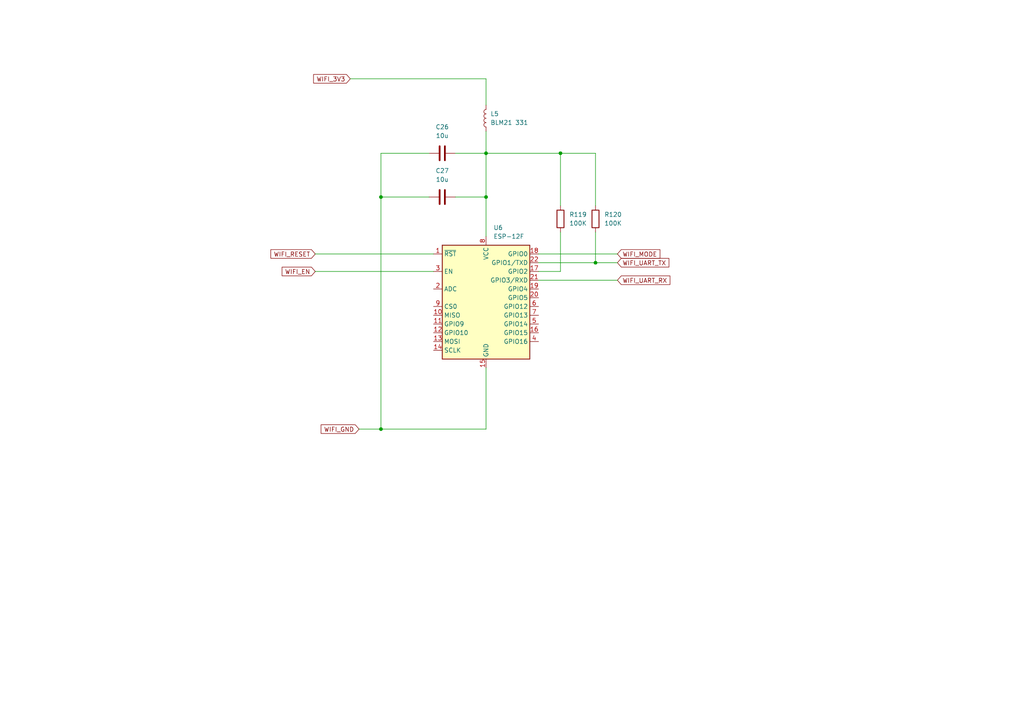
<source format=kicad_sch>
(kicad_sch (version 20250114) (generator "eeschema") (generator_version "9.0")
  (paper "A4")
  (lib_symbols
    (symbol "Device:C" (pin_numbers (hide yes)) (pin_names (offset 0.254))
      (property "Reference" "C" (at 0.635 2.54 0))
      (property "Value" "C" (at 0.635 -2.54 0))
      (symbol "C_0_1"
        (polyline (pts (xy -2.032 0.762) (xy 2.032 0.762)) (stroke (width 0.508)))
        (polyline (pts (xy -2.032 -0.762) (xy 2.032 -0.762)) (stroke (width 0.508)))
      )
      (symbol "C_1_1"
        (pin passive line (at 0 3.81 270) (length 2.794) (name "~") (number "1"))
        (pin passive line (at 0 -3.81 90) (length 2.794) (name "~") (number "2"))
      )
    )
    (symbol "Device:L" (pin_numbers (hide yes)) (pin_names (offset 1.016) (hide yes))
      (property "Reference" "L" (at -1.27 0 90))
      (property "Value" "L" (at 1.905 0 90))
      (symbol "L_0_1"
        (arc (start 0 2.54) (mid 0.6323 1.905) (end 0 1.27))
        (arc (start 0 1.27) (mid 0.6323 0.635) (end 0 0))
        (arc (start 0 0) (mid 0.6323 -0.635) (end 0 -1.27))
        (arc (start 0 -1.27) (mid 0.6323 -1.905) (end 0 -2.54))
      )
      (symbol "L_1_1"
        (pin passive line (at 0 3.81 270) (length 1.27) (name "1") (number "1"))
        (pin passive line (at 0 -3.81 90) (length 1.27) (name "2") (number "2"))
      )
    )
    (symbol "Device:R" (pin_numbers (hide yes)) (pin_names (offset 0))
      (property "Reference" "R" (at 2.032 0 90))
      (property "Value" "R" (at 0 0 90))
      (symbol "R_0_1"
        (rectangle (start -1.016 -2.54) (end 1.016 2.54) (stroke (width 0.254)))
      )
      (symbol "R_1_1"
        (pin passive line (at 0 3.81 270) (length 1.27) (name "~") (number "1"))
        (pin passive line (at 0 -3.81 90) (length 1.27) (name "~") (number "2"))
      )
    )
    (symbol "RF_Module:ESP-12F"
      (property "Reference" "U" (at -12.7 19.05 0))
      (property "Value" "ESP-12F" (at 12.7 19.05 0))
      (symbol "ESP-12F_0_1"
        (rectangle (start -12.7 17.78) (end 12.7 -15.24) (stroke (width 0.254)) (fill (type background)))
      )
      (symbol "ESP-12F_1_1"
        (pin input line (at -15.24 15.24 0) (length 2.54) (name "~{RST}") (number "1"))
        (pin input line (at -15.24 10.16 0) (length 2.54) (name "EN") (number "3"))
        (pin input line (at -15.24 5.08 0) (length 2.54) (name "ADC") (number "2"))
        (pin input line (at -15.24 0 0) (length 2.54) (name "CS0") (number "9"))
        (pin bidirectional line (at -15.24 -2.54 0) (length 2.54) (name "MISO") (number "10"))
        (pin bidirectional line (at -15.24 -5.08 0) (length 2.54) (name "GPIO9") (number "11"))
        (pin bidirectional line (at -15.24 -7.62 0) (length 2.54) (name "GPIO10") (number "12"))
        (pin bidirectional line (at -15.24 -10.16 0) (length 2.54) (name "MOSI") (number "13"))
        (pin bidirectional line (at -15.24 -12.7 0) (length 2.54) (name "SCLK") (number "14"))
        (pin power_in line (at 0 20.32 270) (length 2.54) (name "VCC") (number "8"))
        (pin power_in line (at 0 -17.78 90) (length 2.54) (name "GND") (number "15"))
        (pin bidirectional line (at 15.24 15.24 180) (length 2.54) (name "GPIO0") (number "18"))
        (pin bidirectional line (at 15.24 12.7 180) (length 2.54) (name "GPIO1/TXD") (number "22"))
        (pin bidirectional line (at 15.24 10.16 180) (length 2.54) (name "GPIO2") (number "17"))
        (pin bidirectional line (at 15.24 7.62 180) (length 2.54) (name "GPIO3/RXD") (number "21"))
        (pin bidirectional line (at 15.24 5.08 180) (length 2.54) (name "GPIO4") (number "19"))
        (pin bidirectional line (at 15.24 2.54 180) (length 2.54) (name "GPIO5") (number "20"))
        (pin bidirectional line (at 15.24 0 180) (length 2.54) (name "GPIO12") (number "6"))
        (pin bidirectional line (at 15.24 -2.54 180) (length 2.54) (name "GPIO13") (number "7"))
        (pin bidirectional line (at 15.24 -5.08 180) (length 2.54) (name "GPIO14") (number "5"))
        (pin bidirectional line (at 15.24 -7.62 180) (length 2.54) (name "GPIO15") (number "16"))
        (pin bidirectional line (at 15.24 -10.16 180) (length 2.54) (name "GPIO16") (number "4"))
      )
    )
  )
  (junction (at 162.56 44.45))
  (junction (at 110.49 124.46))
  (junction (at 172.72 76.2))
  (junction (at 110.49 57.15))
  (junction (at 140.97 44.45))
  (junction (at 140.97 57.15))
  (wire (pts (xy 162.56 67.31) (xy 162.56 78.74)))
  (wire (pts (xy 110.49 44.45) (xy 110.49 57.15)))
  (wire (pts (xy 110.49 57.15) (xy 110.49 124.46)))
  (wire (pts (xy 140.97 44.45) (xy 162.56 44.45)))
  (wire (pts (xy 132.08 57.15) (xy 140.97 57.15)))
  (wire (pts (xy 110.49 124.46) (xy 140.97 124.46)))
  (wire (pts (xy 172.72 44.45) (xy 162.56 44.45)))
  (wire (pts (xy 132.08 44.45) (xy 140.97 44.45)))
  (wire (pts (xy 172.72 59.69) (xy 172.72 44.45)))
  (wire (pts (xy 140.97 124.46) (xy 140.97 106.68)))
  (wire (pts (xy 104.14 124.46) (xy 110.49 124.46)))
  (wire (pts (xy 140.97 57.15) (xy 140.97 44.45)))
  (wire (pts (xy 101.6 22.86) (xy 140.97 22.86)))
  (wire (pts (xy 110.49 57.15) (xy 124.46 57.15)))
  (wire (pts (xy 162.56 59.69) (xy 162.56 44.45)))
  (wire (pts (xy 179.07 76.2) (xy 172.72 76.2)))
  (wire (pts (xy 140.97 68.58) (xy 140.97 57.15)))
  (wire (pts (xy 172.72 76.2) (xy 156.21 76.2)))
  (wire (pts (xy 162.56 78.74) (xy 156.21 78.74)))
  (wire (pts (xy 124.46 44.45) (xy 110.49 44.45)))
  (wire (pts (xy 179.07 81.28) (xy 156.21 81.28)))
  (wire (pts (xy 179.07 73.66) (xy 156.21 73.66)))
  (wire (pts (xy 140.97 22.86) (xy 140.97 30.48)))
  (wire (pts (xy 140.97 44.45) (xy 140.97 38.1)))
  (wire (pts (xy 91.44 73.66) (xy 125.73 73.66)))
  (wire (pts (xy 91.44 78.74) (xy 125.73 78.74)))
  (wire (pts (xy 172.72 67.31) (xy 172.72 76.2)))
  (global_label "WIFI_GND" (shape input) (at 104.14 124.46 180) (property "Intersheetrefs" "${INTERSHEET_REFS}" (effects (hide yes))))
  (global_label "WIFI_MODE" (shape input) (at 179.07 73.66 0) (property "Intersheetrefs" "${INTERSHEET_REFS}" (effects (hide yes))))
  (global_label "WIFI_RESET" (shape input) (at 91.44 73.66 180) (property "Intersheetrefs" "${INTERSHEET_REFS}" (effects (hide yes))))
  (global_label "WIFI_3V3" (shape input) (at 101.6 22.86 180) (property "Intersheetrefs" "${INTERSHEET_REFS}" (effects (hide yes))))
  (global_label "WIFI_EN" (shape input) (at 91.44 78.74 180) (property "Intersheetrefs" "${INTERSHEET_REFS}" (effects (hide yes))))
  (global_label "WIFI_UART_RX" (shape input) (at 179.07 81.28 0) (property "Intersheetrefs" "${INTERSHEET_REFS}" (effects (hide yes))))
  (global_label "WIFI_UART_TX" (shape input) (at 179.07 76.2 0) (property "Intersheetrefs" "${INTERSHEET_REFS}" (effects (hide yes))))
  (symbol (lib_id "RF_Module:ESP-12F") (at 140.97 88.9 0) (unit 1)
    (property "Reference" "U6" (at 143.1133 66.04 0) (effects (justify left)))
    (property "Value" "ESP-12F" (at 143.1133 68.58 0) (effects (justify left)))
    (property "Footprint" "RF_Module:ESP-12E" (effects (hide yes)))
    (property "Datasheet" "http://wiki.ai-thinker.com/_media/esp8266/esp8266_series_modules_user_manual_v1.1.pdf" (effects (hide yes)))
    (property "Description" "802.11 b/g/n Wi-Fi Module" (effects (hide yes)))
  )
  (symbol (lib_id "Device:R") (at 162.56 63.5 0) (unit 1)
    (property "Reference" "R119" (at 165.1 62.2299 0) (effects (justify left)))
    (property "Value" "100K" (at 165.1 64.7699 0) (effects (justify left)))
    (property "Footprint" "Resistor_SMD:R_0805_2012Metric_Pad1.20x1.40mm_HandSolder" (effects (hide yes)))
    (property "Description" "Resistor" (effects (hide yes)))
  )
  (symbol (lib_id "Device:R") (at 172.72 63.5 0) (unit 1)
    (property "Reference" "R120" (at 175.26 62.2299 0) (effects (justify left)))
    (property "Value" "100K" (at 175.26 64.7699 0) (effects (justify left)))
    (property "Footprint" "Resistor_SMD:R_0805_2012Metric_Pad1.20x1.40mm_HandSolder" (effects (hide yes)))
    (property "Description" "Resistor" (effects (hide yes)))
  )
  (symbol (lib_id "Device:C") (at 128.27 44.45 90) (unit 1)
    (property "Reference" "C26" (at 128.27 36.83 90))
    (property "Value" "10u" (at 128.27 39.37 90))
    (property "Footprint" "Capacitor_SMD:C_1210_3225Metric_Pad1.33x2.70mm_HandSolder" (effects (hide yes)))
    (property "Description" "Unpolarized capacitor" (effects (hide yes)))
  )
  (symbol (lib_id "Device:L") (at 140.97 34.29 180) (unit 1)
    (property "Reference" "L5" (at 142.24 33.0199 0) (effects (justify right)))
    (property "Value" "BLM21 331" (at 142.24 35.5599 0) (effects (justify right)))
    (property "Footprint" "Inductor_SMD:L_0805_2012Metric_Pad1.05x1.20mm_HandSolder" (effects (hide yes)))
    (property "Description" "Inductor" (effects (hide yes)))
  )
  (symbol (lib_id "Device:C") (at 128.27 57.15 90) (unit 1)
    (property "Reference" "C27" (at 128.27 49.53 90))
    (property "Value" "10u" (at 128.27 52.07 90))
    (property "Footprint" "Capacitor_SMD:C_1210_3225Metric_Pad1.33x2.70mm_HandSolder" (effects (hide yes)))
    (property "Description" "Unpolarized capacitor" (effects (hide yes)))
  )
)
</source>
